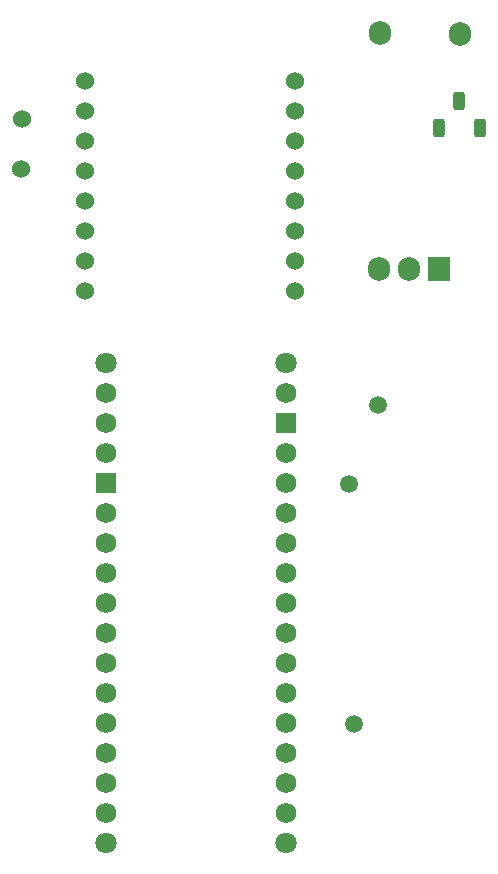
<source format=gts>
%TF.GenerationSoftware,KiCad,Pcbnew,9.0.1*%
%TF.CreationDate,2025-04-20T20:44:27+02:00*%
%TF.ProjectId,Garcouille_V1,47617263-6f75-4696-9c6c-655f56312e6b,rev?*%
%TF.SameCoordinates,Original*%
%TF.FileFunction,Soldermask,Top*%
%TF.FilePolarity,Negative*%
%FSLAX46Y46*%
G04 Gerber Fmt 4.6, Leading zero omitted, Abs format (unit mm)*
G04 Created by KiCad (PCBNEW 9.0.1) date 2025-04-20 20:44:27*
%MOMM*%
%LPD*%
G01*
G04 APERTURE LIST*
G04 Aperture macros list*
%AMRoundRect*
0 Rectangle with rounded corners*
0 $1 Rounding radius*
0 $2 $3 $4 $5 $6 $7 $8 $9 X,Y pos of 4 corners*
0 Add a 4 corners polygon primitive as box body*
4,1,4,$2,$3,$4,$5,$6,$7,$8,$9,$2,$3,0*
0 Add four circle primitives for the rounded corners*
1,1,$1+$1,$2,$3*
1,1,$1+$1,$4,$5*
1,1,$1+$1,$6,$7*
1,1,$1+$1,$8,$9*
0 Add four rect primitives between the rounded corners*
20,1,$1+$1,$2,$3,$4,$5,0*
20,1,$1+$1,$4,$5,$6,$7,0*
20,1,$1+$1,$6,$7,$8,$9,0*
20,1,$1+$1,$8,$9,$2,$3,0*%
G04 Aperture macros list end*
%ADD10O,1.905000X2.000000*%
%ADD11C,1.524000*%
%ADD12C,1.500000*%
%ADD13R,1.905000X2.000000*%
%ADD14C,1.800000*%
%ADD15C,1.727200*%
%ADD16R,1.727200X1.727200*%
%ADD17RoundRect,0.250000X-0.250000X-0.550000X0.250000X-0.550000X0.250000X0.550000X-0.250000X0.550000X0*%
G04 APERTURE END LIST*
D10*
%TO.C,*%
X136144000Y-43586400D03*
%TD*%
D11*
%TO.C,*%
X105765600Y-55118000D03*
%TD*%
D12*
%TO.C,*%
X135991600Y-75082400D03*
%TD*%
D13*
%TO.C,U2*%
X141147800Y-63576200D03*
D10*
X138607800Y-63576200D03*
X136067800Y-63576200D03*
%TD*%
%TO.C,*%
X142951200Y-43688000D03*
%TD*%
D14*
%TO.C,A1*%
X112940000Y-71520000D03*
X112940000Y-112160000D03*
X128180000Y-71520000D03*
X128180000Y-112160000D03*
D15*
X128180000Y-107080000D03*
X128180000Y-81680000D03*
X128180000Y-102000000D03*
X128180000Y-99460000D03*
X128180000Y-96920000D03*
X128180000Y-94380000D03*
X128180000Y-91840000D03*
X128180000Y-89300000D03*
X128180000Y-86760000D03*
X128180000Y-84220000D03*
X128180000Y-104540000D03*
X128180000Y-79140000D03*
X112940000Y-76600000D03*
X112940000Y-74060000D03*
X112940000Y-84220000D03*
X112940000Y-86760000D03*
X112940000Y-89300000D03*
X112940000Y-91840000D03*
X112940000Y-94380000D03*
X112940000Y-96920000D03*
X112940000Y-99460000D03*
X112940000Y-102000000D03*
X112940000Y-104540000D03*
X112940000Y-107080000D03*
X112940000Y-109620000D03*
X128180000Y-109620000D03*
D16*
X112940000Y-81680000D03*
X128180000Y-76600000D03*
D15*
X112940000Y-79140000D03*
X128180000Y-74060000D03*
%TD*%
D11*
%TO.C,DFR1*%
X128981200Y-65481200D03*
X128981200Y-62941200D03*
X128981200Y-60401200D03*
X128981200Y-57861200D03*
X128981200Y-55321200D03*
X128981200Y-52781200D03*
X128981200Y-50241200D03*
X128981200Y-47701200D03*
X111201200Y-47701200D03*
X111201200Y-50241200D03*
X111201200Y-52781200D03*
X111201200Y-55321200D03*
X111201200Y-57861200D03*
X111201200Y-60401200D03*
X111201200Y-62941200D03*
X111201200Y-65481200D03*
%TD*%
D12*
%TO.C,*%
X133553200Y-81838800D03*
%TD*%
%TO.C,*%
X133959600Y-102158800D03*
%TD*%
D17*
%TO.C,SW1*%
X141150400Y-51645200D03*
X142900400Y-49345200D03*
X144650400Y-51645200D03*
%TD*%
D11*
%TO.C,*%
X105867200Y-50901600D03*
%TD*%
M02*

</source>
